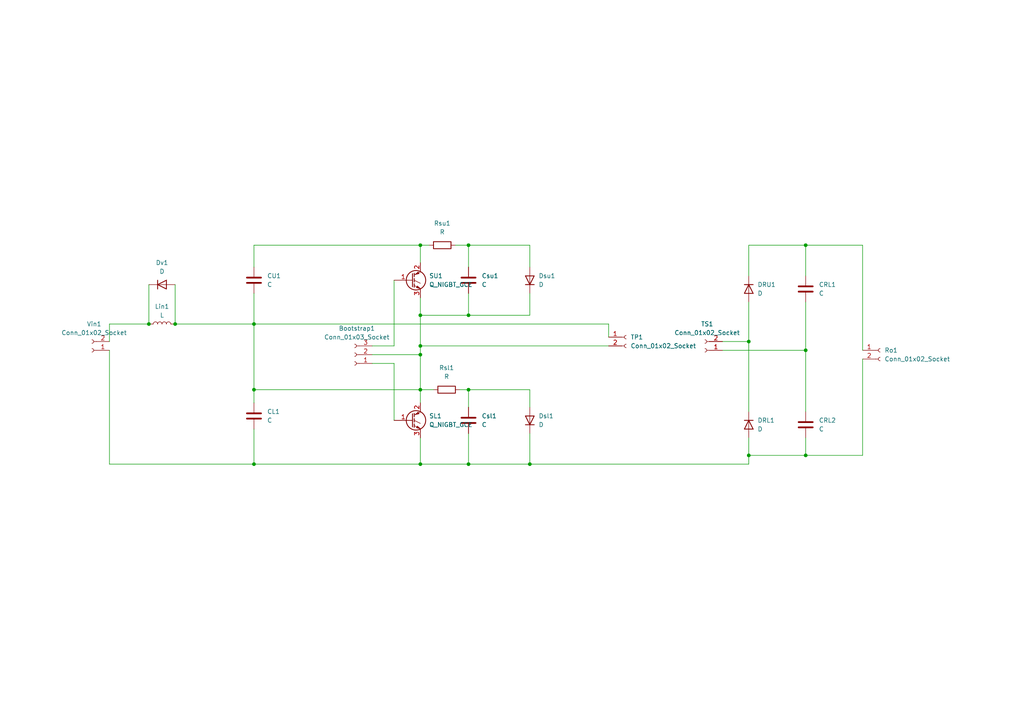
<source format=kicad_sch>
(kicad_sch (version 20231120) (generator "eeschema") (generator_version "8.0")
  (paper "A4")
  (lib_symbols
    (symbol "Connector:Conn_01x02_Socket" (pin_names (offset 1.016) hide)
      (property "Reference" "J" (at 0 2.54 0))
      (property "Value" "Conn_01x02_Socket" (at 0 -5.08 0))
      (symbol "Conn_01x02_Socket_1_1"
        (arc (start 0 -2.032) (mid -0.5058 -2.54) (end 0 -3.048) (stroke (width 0.1524)))
        (polyline (pts (xy -1.27 -2.54) (xy -0.508 -2.54)) (stroke (width 0.1524)))
        (polyline (pts (xy -1.27 0) (xy -0.508 0)) (stroke (width 0.1524)))
        (arc (start 0 0.508) (mid -0.5058 0) (end 0 -0.508) (stroke (width 0.1524)))
        (pin passive line (at -5.08 0 0) (length 3.81) (name "Pin_1") (number "1"))
        (pin passive line (at -5.08 -2.54 0) (length 3.81) (name "Pin_2") (number "2"))
      )
    )
    (symbol "Connector:Conn_01x03_Socket" (pin_names (offset 1.016) hide)
      (property "Reference" "J" (at 0 5.08 0))
      (property "Value" "Conn_01x03_Socket" (at 0 -5.08 0))
      (symbol "Conn_01x03_Socket_1_1"
        (arc (start 0 -2.032) (mid -0.5058 -2.54) (end 0 -3.048) (stroke (width 0.1524)))
        (polyline (pts (xy -1.27 -2.54) (xy -0.508 -2.54)) (stroke (width 0.1524)))
        (polyline (pts (xy -1.27 0) (xy -0.508 0)) (stroke (width 0.1524)))
        (polyline (pts (xy -1.27 2.54) (xy -0.508 2.54)) (stroke (width 0.1524)))
        (arc (start 0 0.508) (mid -0.5058 0) (end 0 -0.508) (stroke (width 0.1524)))
        (arc (start 0 3.048) (mid -0.5058 2.54) (end 0 2.032) (stroke (width 0.1524)))
        (pin passive line (at -5.08 2.54 0) (length 3.81) (name "Pin_1") (number "1"))
        (pin passive line (at -5.08 0 0) (length 3.81) (name "Pin_2") (number "2"))
        (pin passive line (at -5.08 -2.54 0) (length 3.81) (name "Pin_3") (number "3"))
      )
    )
    (symbol "Device:C" (pin_numbers hide) (pin_names (offset 0.254))
      (property "Reference" "C" (at 0.635 2.54 0))
      (property "Value" "C" (at 0.635 -2.54 0))
      (symbol "C_0_1"
        (polyline (pts (xy -2.032 -0.762) (xy 2.032 -0.762)) (stroke (width 0.508)))
        (polyline (pts (xy -2.032 0.762) (xy 2.032 0.762)) (stroke (width 0.508)))
      )
      (symbol "C_1_1"
        (pin passive line (at 0 3.81 270) (length 2.794) (name "~") (number "1"))
        (pin passive line (at 0 -3.81 90) (length 2.794) (name "~") (number "2"))
      )
    )
    (symbol "Device:D" (pin_numbers hide) (pin_names (offset 1.016) hide)
      (property "Reference" "D" (at 0 2.54 0))
      (property "Value" "D" (at 0 -2.54 0))
      (symbol "D_0_1"
        (polyline (pts (xy -1.27 1.27) (xy -1.27 -1.27)) (stroke (width 0.254)))
        (polyline (pts (xy 1.27 0) (xy -1.27 0)))
        (polyline (pts (xy 1.27 1.27) (xy 1.27 -1.27) (xy -1.27 0) (xy 1.27 1.27)) (stroke (width 0.254)))
      )
      (symbol "D_1_1"
        (pin passive line (at -3.81 0 0) (length 2.54) (name "K") (number "1"))
        (pin passive line (at 3.81 0 180) (length 2.54) (name "A") (number "2"))
      )
    )
    (symbol "Device:L" (pin_numbers hide) (pin_names (offset 1.016) hide)
      (property "Reference" "L" (at -1.27 0 90))
      (property "Value" "L" (at 1.905 0 90))
      (symbol "L_0_1"
        (arc (start 0 -2.54) (mid 0.6323 -1.905) (end 0 -1.27))
        (arc (start 0 -1.27) (mid 0.6323 -0.635) (end 0 0))
        (arc (start 0 0) (mid 0.6323 0.635) (end 0 1.27))
        (arc (start 0 1.27) (mid 0.6323 1.905) (end 0 2.54))
      )
      (symbol "L_1_1"
        (pin passive line (at 0 3.81 270) (length 1.27) (name "1") (number "1"))
        (pin passive line (at 0 -3.81 90) (length 1.27) (name "2") (number "2"))
      )
    )
    (symbol "Device:Q_NIGBT_GCE" (pin_names (offset 0) hide)
      (property "Reference" "Q" (at 5.08 1.27 0))
      (property "Value" "Q_NIGBT_GCE" (at 5.08 -1.27 0))
      (symbol "Q_NIGBT_GCE_0_1"
        (polyline (pts (xy 0.762 -1.016) (xy 0.762 -2.032)) (stroke (width 0.254)))
        (polyline (pts (xy 0.762 0.508) (xy 0.762 -0.508)) (stroke (width 0.254)))
        (polyline (pts (xy 0.762 2.032) (xy 0.762 1.016)) (stroke (width 0.254)))
        (polyline (pts (xy 2.54 -2.413) (xy 0.762 -1.524)))
        (polyline (pts (xy 2.54 -0.889) (xy 0.762 0)))
        (polyline (pts (xy 2.54 2.413) (xy 0.762 1.524)))
        (polyline (pts (xy 0.254 1.905) (xy 0.254 -1.905) (xy 0.254 -1.905)) (stroke (width 0.254)))
        (polyline (pts (xy 1.397 -2.159) (xy 1.651 -1.651) (xy 2.54 -2.413) (xy 1.397 -2.159)) (fill (type outline)))
        (polyline (pts (xy 2.159 1.905) (xy 1.905 2.413) (xy 1.016 1.651) (xy 2.159 1.905)) (fill (type outline)))
        (circle (center 1.27 0) (radius 2.8194) (stroke (width 0.254)))
      )
      (symbol "Q_NIGBT_GCE_1_1"
        (pin input line (at -5.08 0 0) (length 5.334) (name "G") (number "1"))
        (pin passive line (at 2.54 5.08 270) (length 2.54) (name "C") (number "2"))
        (pin passive line (at 2.54 -5.08 90) (length 2.54) (name "E") (number "3"))
      )
    )
    (symbol "Device:R" (pin_numbers hide) (pin_names (offset 0))
      (property "Reference" "R" (at 2.032 0 90))
      (property "Value" "R" (at 0 0 90))
      (symbol "R_0_1"
        (rectangle (start -1.016 -2.54) (end 1.016 2.54) (stroke (width 0.254)))
      )
      (symbol "R_1_1"
        (pin passive line (at 0 3.81 270) (length 1.27) (name "~") (number "1"))
        (pin passive line (at 0 -3.81 90) (length 1.27) (name "~") (number "2"))
      )
    )
  )
  (junction (at 121.92 134.62))
  (junction (at 121.92 100.33))
  (junction (at 135.89 113.03))
  (junction (at 73.66 93.98))
  (junction (at 73.66 113.03))
  (junction (at 73.66 134.62))
  (junction (at 153.67 134.62))
  (junction (at 135.89 91.44))
  (junction (at 50.8 93.98))
  (junction (at 121.92 91.44))
  (junction (at 135.89 134.62))
  (junction (at 121.92 71.12))
  (junction (at 43.18 93.98))
  (junction (at 233.68 71.12))
  (junction (at 217.17 132.08))
  (junction (at 121.92 102.87))
  (junction (at 135.89 71.12))
  (junction (at 233.68 101.6))
  (junction (at 233.68 132.08))
  (junction (at 121.92 113.03))
  (junction (at 217.17 99.06))
  (wire (pts (xy 153.67 91.44) (xy 135.89 91.44)))
  (wire (pts (xy 121.92 127) (xy 121.92 134.62)))
  (wire (pts (xy 209.55 99.06) (xy 217.17 99.06)))
  (wire (pts (xy 153.67 77.47) (xy 153.67 71.12)))
  (wire (pts (xy 121.92 86.36) (xy 121.92 91.44)))
  (wire (pts (xy 250.19 104.14) (xy 250.19 132.08)))
  (wire (pts (xy 135.89 71.12) (xy 153.67 71.12)))
  (wire (pts (xy 31.75 99.06) (xy 31.75 93.98)))
  (wire (pts (xy 73.66 71.12) (xy 121.92 71.12)))
  (wire (pts (xy 135.89 113.03) (xy 135.89 118.11)))
  (wire (pts (xy 233.68 132.08) (xy 217.17 132.08)))
  (wire (pts (xy 250.19 132.08) (xy 233.68 132.08)))
  (wire (pts (xy 250.19 71.12) (xy 233.68 71.12)))
  (wire (pts (xy 176.53 93.98) (xy 176.53 97.79)))
  (wire (pts (xy 114.3 121.92) (xy 114.3 105.41)))
  (wire (pts (xy 233.68 87.63) (xy 233.68 101.6)))
  (wire (pts (xy 135.89 85.09) (xy 135.89 91.44)))
  (wire (pts (xy 217.17 87.63) (xy 217.17 99.06)))
  (wire (pts (xy 135.89 113.03) (xy 153.67 113.03)))
  (wire (pts (xy 153.67 134.62) (xy 135.89 134.62)))
  (wire (pts (xy 73.66 93.98) (xy 176.53 93.98)))
  (wire (pts (xy 31.75 134.62) (xy 73.66 134.62)))
  (wire (pts (xy 121.92 71.12) (xy 121.92 76.2)))
  (wire (pts (xy 217.17 132.08) (xy 217.17 127)))
  (wire (pts (xy 135.89 91.44) (xy 121.92 91.44)))
  (wire (pts (xy 135.89 134.62) (xy 121.92 134.62)))
  (wire (pts (xy 121.92 113.03) (xy 121.92 116.84)))
  (wire (pts (xy 73.66 113.03) (xy 121.92 113.03)))
  (wire (pts (xy 121.92 102.87) (xy 121.92 113.03)))
  (wire (pts (xy 153.67 85.09) (xy 153.67 91.44)))
  (wire (pts (xy 153.67 125.73) (xy 153.67 134.62)))
  (wire (pts (xy 176.53 100.33) (xy 121.92 100.33)))
  (wire (pts (xy 73.66 85.09) (xy 73.66 93.98)))
  (wire (pts (xy 73.66 134.62) (xy 121.92 134.62)))
  (wire (pts (xy 73.66 124.46) (xy 73.66 134.62)))
  (wire (pts (xy 31.75 93.98) (xy 43.18 93.98)))
  (wire (pts (xy 133.35 113.03) (xy 135.89 113.03)))
  (wire (pts (xy 114.3 81.28) (xy 114.3 100.33)))
  (wire (pts (xy 43.18 82.55) (xy 43.18 93.98)))
  (wire (pts (xy 107.95 102.87) (xy 121.92 102.87)))
  (wire (pts (xy 132.08 71.12) (xy 135.89 71.12)))
  (wire (pts (xy 73.66 93.98) (xy 73.66 113.03)))
  (wire (pts (xy 114.3 100.33) (xy 107.95 100.33)))
  (wire (pts (xy 73.66 113.03) (xy 73.66 116.84)))
  (wire (pts (xy 121.92 100.33) (xy 121.92 102.87)))
  (wire (pts (xy 121.92 71.12) (xy 124.46 71.12)))
  (wire (pts (xy 114.3 105.41) (xy 107.95 105.41)))
  (wire (pts (xy 233.68 71.12) (xy 233.68 80.01)))
  (wire (pts (xy 135.89 71.12) (xy 135.89 77.47)))
  (wire (pts (xy 217.17 134.62) (xy 217.17 132.08)))
  (wire (pts (xy 50.8 93.98) (xy 73.66 93.98)))
  (wire (pts (xy 250.19 101.6) (xy 250.19 71.12)))
  (wire (pts (xy 233.68 101.6) (xy 233.68 119.38)))
  (wire (pts (xy 31.75 101.6) (xy 31.75 134.62)))
  (wire (pts (xy 50.8 82.55) (xy 50.8 93.98)))
  (wire (pts (xy 135.89 125.73) (xy 135.89 134.62)))
  (wire (pts (xy 217.17 71.12) (xy 233.68 71.12)))
  (wire (pts (xy 121.92 91.44) (xy 121.92 100.33)))
  (wire (pts (xy 233.68 127) (xy 233.68 132.08)))
  (wire (pts (xy 209.55 101.6) (xy 233.68 101.6)))
  (wire (pts (xy 153.67 113.03) (xy 153.67 118.11)))
  (wire (pts (xy 121.92 113.03) (xy 125.73 113.03)))
  (wire (pts (xy 73.66 77.47) (xy 73.66 71.12)))
  (wire (pts (xy 153.67 134.62) (xy 217.17 134.62)))
  (wire (pts (xy 217.17 80.01) (xy 217.17 71.12)))
  (wire (pts (xy 217.17 99.06) (xy 217.17 119.38)))
  (symbol (lib_id "Connector:Conn_01x03_Socket") (at 102.87 102.87 180) (unit 1)
    (property "Reference" "Bootstrap1" (at 103.505 95.25 0))
    (property "Value" "Conn_01x03_Socket" (at 103.505 97.79 0))
    (property "Footprint" "Connector_PinSocket_2.54mm:PinSocket_1x03_P2.54mm_Vertical" (effects (hide yes)))
    (property "Description" "Generic connector, single row, 01x03, script generated" (effects (hide yes)))
  )
  (symbol (lib_id "Device:D") (at 153.67 81.28 90) (unit 1)
    (property "Reference" "Dsu1" (at 156.21 80.0099 90) (effects (justify right)))
    (property "Value" "D" (at 156.21 82.5499 90) (effects (justify right)))
    (property "Footprint" "Diode_THT:D_DO-41_SOD81_P7.62mm_Horizontal" (effects (hide yes)))
    (property "Description" "Diode" (effects (hide yes)))
    (property "Sim.Device" "D" (effects (hide yes)))
    (property "Sim.Pins" "1=K 2=A" (effects (hide yes)))
  )
  (symbol (lib_id "Device:Q_NIGBT_GCE") (at 119.38 121.92 0) (unit 1)
    (property "Reference" "SL1" (at 124.46 120.6499 0) (effects (justify left)))
    (property "Value" "Q_NIGBT_GCE" (at 124.46 123.1899 0) (effects (justify left)))
    (property "Footprint" "Package_TO_SOT_THT:TO-264-3_Vertical" (effects (hide yes)))
    (property "Description" "N-IGBT transistor, gate/collector/emitter" (effects (hide yes)))
  )
  (symbol (lib_id "Connector:Conn_01x02_Socket") (at 204.47 101.6 180) (unit 1)
    (property "Reference" "TS1" (at 205.105 93.98 0))
    (property "Value" "Conn_01x02_Socket" (at 205.105 96.52 0))
    (property "Footprint" "Connector_Phoenix_MC_HighVoltage:PhoenixContact_MCV_1,5_2-G-5.08_1x02_P5.08mm_Vertical" (effects (hide yes)))
    (property "Description" "Generic connector, single row, 01x02, script generated" (effects (hide yes)))
  )
  (symbol (lib_id "Connector:Conn_01x02_Socket") (at 181.61 97.79 0) (unit 1)
    (property "Reference" "TP1" (at 182.88 97.7899 0) (effects (justify left)))
    (property "Value" "Conn_01x02_Socket" (at 182.88 100.3299 0) (effects (justify left)))
    (property "Footprint" "Connector_Phoenix_MC_HighVoltage:PhoenixContact_MCV_1,5_2-G-5.08_1x02_P5.08mm_Vertical" (effects (hide yes)))
    (property "Description" "Generic connector, single row, 01x02, script generated" (effects (hide yes)))
  )
  (symbol (lib_id "Device:C") (at 135.89 81.28 0) (unit 1)
    (property "Reference" "Csu1" (at 139.7 80.0099 0) (effects (justify left)))
    (property "Value" "C" (at 139.7 82.5499 0) (effects (justify left)))
    (property "Footprint" "Capacitor_THT:C_Rect_L13.0mm_W4.0mm_P10.00mm_FKS3_FKP3_MKS4" (effects (hide yes)))
    (property "Description" "Unpolarized capacitor" (effects (hide yes)))
  )
  (symbol (lib_id "Device:C") (at 73.66 81.28 0) (unit 1)
    (property "Reference" "CU1" (at 77.47 80.0099 0) (effects (justify left)))
    (property "Value" "C" (at 77.47 82.5499 0) (effects (justify left)))
    (property "Footprint" "Capacitor_THT:CP_Axial_L42.0mm_D35.0mm_P45.00mm_Horizontal" (effects (hide yes)))
    (property "Description" "Unpolarized capacitor" (effects (hide yes)))
  )
  (symbol (lib_id "Device:C") (at 73.66 120.65 0) (unit 1)
    (property "Reference" "CL1" (at 77.47 119.3799 0) (effects (justify left)))
    (property "Value" "C" (at 77.47 121.9199 0) (effects (justify left)))
    (property "Footprint" "Capacitor_THT:CP_Axial_L42.0mm_D35.0mm_P45.00mm_Horizontal" (effects (hide yes)))
    (property "Description" "Unpolarized capacitor" (effects (hide yes)))
  )
  (symbol (lib_id "Device:D") (at 46.99 82.55 0) (unit 1)
    (property "Reference" "Dv1" (at 46.99 76.2 0))
    (property "Value" "D" (at 46.99 78.74 0))
    (property "Footprint" "Diode_THT:D_5KP_P10.16mm_Horizontal" (effects (hide yes)))
    (property "Description" "Diode" (effects (hide yes)))
    (property "Sim.Device" "D" (effects (hide yes)))
    (property "Sim.Pins" "1=K 2=A" (effects (hide yes)))
  )
  (symbol (lib_id "Device:C") (at 233.68 83.82 0) (unit 1)
    (property "Reference" "CRL1" (at 237.49 82.5499 0) (effects (justify left)))
    (property "Value" "C" (at 237.49 85.0899 0) (effects (justify left)))
    (property "Footprint" "Capacitor_THT:CP_Radial_D14.0mm_P7.50mm" (effects (hide yes)))
    (property "Description" "Unpolarized capacitor" (effects (hide yes)))
  )
  (symbol (lib_id "Device:C") (at 233.68 123.19 0) (unit 1)
    (property "Reference" "CRL2" (at 237.49 121.9199 0) (effects (justify left)))
    (property "Value" "C" (at 237.49 124.4599 0) (effects (justify left)))
    (property "Footprint" "Capacitor_THT:CP_Radial_D14.0mm_P7.50mm" (effects (hide yes)))
    (property "Description" "Unpolarized capacitor" (effects (hide yes)))
  )
  (symbol (lib_id "Device:D") (at 217.17 83.82 270) (unit 1)
    (property "Reference" "DRU1" (at 219.71 82.5499 90) (effects (justify left)))
    (property "Value" "D" (at 219.71 85.0899 90) (effects (justify left)))
    (property "Footprint" "Package_TO_SOT_THT:TO-220-2_Vertical" (effects (hide yes)))
    (property "Description" "Diode" (effects (hide yes)))
    (property "Sim.Device" "D" (effects (hide yes)))
    (property "Sim.Pins" "1=K 2=A" (effects (hide yes)))
  )
  (symbol (lib_id "Device:Q_NIGBT_GCE") (at 119.38 81.28 0) (unit 1)
    (property "Reference" "SU1" (at 124.46 80.0099 0) (effects (justify left)))
    (property "Value" "Q_NIGBT_GCE" (at 124.46 82.5499 0) (effects (justify left)))
    (property "Footprint" "Package_TO_SOT_THT:TO-264-3_Vertical" (effects (hide yes)))
    (property "Description" "N-IGBT transistor, gate/collector/emitter" (effects (hide yes)))
  )
  (symbol (lib_id "Device:R") (at 129.54 113.03 90) (unit 1)
    (property "Reference" "Rsl1" (at 129.54 106.68 90))
    (property "Value" "R" (at 129.54 109.22 90))
    (property "Footprint" "Resistor_THT:R_Axial_DIN0918_L18.0mm_D9.0mm_P7.62mm_Vertical" (effects (hide yes)))
    (property "Description" "Resistor" (effects (hide yes)))
  )
  (symbol (lib_id "Device:C") (at 135.89 121.92 0) (unit 1)
    (property "Reference" "Csl1" (at 139.7 120.6499 0) (effects (justify left)))
    (property "Value" "C" (at 139.7 123.1899 0) (effects (justify left)))
    (property "Footprint" "Capacitor_THT:C_Rect_L13.0mm_W4.0mm_P10.00mm_FKS3_FKP3_MKS4" (effects (hide yes)))
    (property "Description" "Unpolarized capacitor" (effects (hide yes)))
  )
  (symbol (lib_id "Device:R") (at 128.27 71.12 90) (unit 1)
    (property "Reference" "Rsu1" (at 128.27 64.77 90))
    (property "Value" "R" (at 128.27 67.31 90))
    (property "Footprint" "Resistor_THT:R_Axial_DIN0918_L18.0mm_D9.0mm_P7.62mm_Vertical" (effects (hide yes)))
    (property "Description" "Resistor" (effects (hide yes)))
  )
  (symbol (lib_id "Device:D") (at 217.17 123.19 270) (unit 1)
    (property "Reference" "DRL1" (at 219.71 121.9199 90) (effects (justify left)))
    (property "Value" "D" (at 219.71 124.4599 90) (effects (justify left)))
    (property "Footprint" "Package_TO_SOT_THT:TO-220-2_Vertical" (effects (hide yes)))
    (property "Description" "Diode" (effects (hide yes)))
    (property "Sim.Device" "D" (effects (hide yes)))
    (property "Sim.Pins" "1=K 2=A" (effects (hide yes)))
  )
  (symbol (lib_id "Device:L") (at 46.99 93.98 90) (unit 1)
    (property "Reference" "Lin1" (at 46.99 88.9 90))
    (property "Value" "L" (at 46.99 91.44 90))
    (property "Footprint" "Inductor_THT:L_Axial_L30.0mm_D8.0mm_P7.62mm_Vertical_Fastron_77A" (effects (hide yes)))
    (property "Description" "Inductor" (effects (hide yes)))
  )
  (symbol (lib_id "Device:D") (at 153.67 121.92 90) (unit 1)
    (property "Reference" "Dsl1" (at 156.21 120.6499 90) (effects (justify right)))
    (property "Value" "D" (at 156.21 123.1899 90) (effects (justify right)))
    (property "Footprint" "Diode_THT:D_DO-41_SOD81_P7.62mm_Horizontal" (effects (hide yes)))
    (property "Description" "Diode" (effects (hide yes)))
    (property "Sim.Device" "D" (effects (hide yes)))
    (property "Sim.Pins" "1=K 2=A" (effects (hide yes)))
  )
  (symbol (lib_id "Connector:Conn_01x02_Socket") (at 26.67 101.6 180) (unit 1)
    (property "Reference" "Vin1" (at 27.305 93.98 0))
    (property "Value" "Conn_01x02_Socket" (at 27.305 96.52 0))
    (property "Footprint" "Connector_Phoenix_MC_HighVoltage:PhoenixContact_MCV_1,5_2-G-5.08_1x02_P5.08mm_Vertical" (effects (hide yes)))
    (property "Description" "Generic connector, single row, 01x02, script generated" (effects (hide yes)))
  )
  (symbol (lib_id "Connector:Conn_01x02_Socket") (at 255.27 101.6 0) (unit 1)
    (property "Reference" "Ro1" (at 256.54 101.5999 0) (effects (justify left)))
    (property "Value" "Conn_01x02_Socket" (at 256.54 104.1399 0) (effects (justify left)))
    (property "Footprint" "Connector_Phoenix_MC_HighVoltage:PhoenixContact_MCV_1,5_2-G-5.08_1x02_P5.08mm_Vertical" (effects (hide yes)))
    (property "Description" "Generic connector, single row, 01x02, script generated" (effects (hide yes)))
  )
)
</source>
